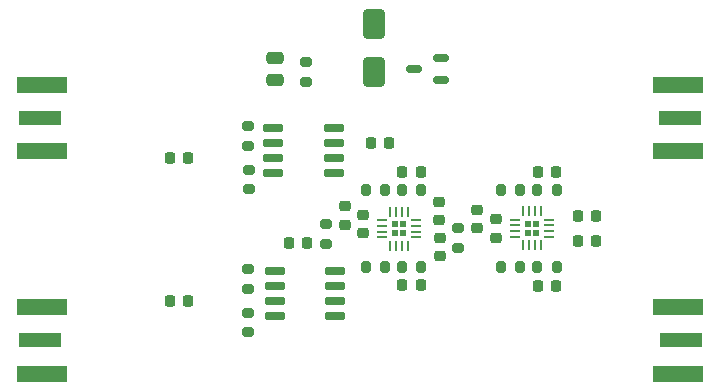
<source format=gbr>
%TF.GenerationSoftware,KiCad,Pcbnew,7.0.11-7.0.11~ubuntu22.04.1*%
%TF.CreationDate,2024-11-23T22:03:05+01:00*%
%TF.ProjectId,analog-amplifier,616e616c-6f67-42d6-916d-706c69666965,rev?*%
%TF.SameCoordinates,Original*%
%TF.FileFunction,Paste,Top*%
%TF.FilePolarity,Positive*%
%FSLAX46Y46*%
G04 Gerber Fmt 4.6, Leading zero omitted, Abs format (unit mm)*
G04 Created by KiCad (PCBNEW 7.0.11-7.0.11~ubuntu22.04.1) date 2024-11-23 22:03:05*
%MOMM*%
%LPD*%
G01*
G04 APERTURE LIST*
G04 Aperture macros list*
%AMRoundRect*
0 Rectangle with rounded corners*
0 $1 Rounding radius*
0 $2 $3 $4 $5 $6 $7 $8 $9 X,Y pos of 4 corners*
0 Add a 4 corners polygon primitive as box body*
4,1,4,$2,$3,$4,$5,$6,$7,$8,$9,$2,$3,0*
0 Add four circle primitives for the rounded corners*
1,1,$1+$1,$2,$3*
1,1,$1+$1,$4,$5*
1,1,$1+$1,$6,$7*
1,1,$1+$1,$8,$9*
0 Add four rect primitives between the rounded corners*
20,1,$1+$1,$2,$3,$4,$5,0*
20,1,$1+$1,$4,$5,$6,$7,0*
20,1,$1+$1,$6,$7,$8,$9,0*
20,1,$1+$1,$8,$9,$2,$3,0*%
G04 Aperture macros list end*
%ADD10RoundRect,0.200000X-0.275000X0.200000X-0.275000X-0.200000X0.275000X-0.200000X0.275000X0.200000X0*%
%ADD11RoundRect,0.145000X-0.145000X-0.145000X0.145000X-0.145000X0.145000X0.145000X-0.145000X0.145000X0*%
%ADD12RoundRect,0.062500X-0.375000X-0.062500X0.375000X-0.062500X0.375000X0.062500X-0.375000X0.062500X0*%
%ADD13RoundRect,0.062500X-0.062500X-0.375000X0.062500X-0.375000X0.062500X0.375000X-0.062500X0.375000X0*%
%ADD14RoundRect,0.225000X-0.225000X-0.250000X0.225000X-0.250000X0.225000X0.250000X-0.225000X0.250000X0*%
%ADD15RoundRect,0.200000X0.275000X-0.200000X0.275000X0.200000X-0.275000X0.200000X-0.275000X-0.200000X0*%
%ADD16RoundRect,0.225000X-0.250000X0.225000X-0.250000X-0.225000X0.250000X-0.225000X0.250000X0.225000X0*%
%ADD17RoundRect,0.200000X-0.200000X-0.275000X0.200000X-0.275000X0.200000X0.275000X-0.200000X0.275000X0*%
%ADD18R,3.600000X1.270000*%
%ADD19R,4.200000X1.350000*%
%ADD20RoundRect,0.225000X0.250000X-0.225000X0.250000X0.225000X-0.250000X0.225000X-0.250000X-0.225000X0*%
%ADD21RoundRect,0.225000X0.225000X0.250000X-0.225000X0.250000X-0.225000X-0.250000X0.225000X-0.250000X0*%
%ADD22RoundRect,0.200000X0.200000X0.275000X-0.200000X0.275000X-0.200000X-0.275000X0.200000X-0.275000X0*%
%ADD23RoundRect,0.150000X0.512500X0.150000X-0.512500X0.150000X-0.512500X-0.150000X0.512500X-0.150000X0*%
%ADD24RoundRect,0.250000X0.650000X-1.000000X0.650000X1.000000X-0.650000X1.000000X-0.650000X-1.000000X0*%
%ADD25RoundRect,0.150000X-0.725000X-0.150000X0.725000X-0.150000X0.725000X0.150000X-0.725000X0.150000X0*%
%ADD26RoundRect,0.250000X0.475000X-0.250000X0.475000X0.250000X-0.475000X0.250000X-0.475000X-0.250000X0*%
G04 APERTURE END LIST*
D10*
%TO.C,R3*%
X116180000Y-79700000D03*
X116180000Y-81350000D03*
%TD*%
D11*
%TO.C,U2*%
X128570000Y-88010000D03*
X128570000Y-88730000D03*
X129290000Y-88010000D03*
X129290000Y-88730000D03*
D12*
X127492500Y-87620000D03*
X127492500Y-88120000D03*
X127492500Y-88620000D03*
X127492500Y-89120000D03*
D13*
X128180000Y-89807500D03*
X128680000Y-89807500D03*
X129180000Y-89807500D03*
X129680000Y-89807500D03*
D12*
X130367500Y-89120000D03*
X130367500Y-88620000D03*
X130367500Y-88120000D03*
X130367500Y-87620000D03*
D13*
X129680000Y-86932500D03*
X129180000Y-86932500D03*
X128680000Y-86932500D03*
X128180000Y-86932500D03*
%TD*%
D14*
%TO.C,C4*%
X129225000Y-93180000D03*
X130775000Y-93180000D03*
%TD*%
D10*
%TO.C,R8*%
X116180000Y-91810000D03*
X116180000Y-93460000D03*
%TD*%
D15*
%TO.C,R2*%
X133957500Y-89990000D03*
X133957500Y-88340000D03*
%TD*%
D11*
%TO.C,U4*%
X139817500Y-87995000D03*
X139817500Y-88715000D03*
X140537500Y-87995000D03*
X140537500Y-88715000D03*
D12*
X138740000Y-87605000D03*
X138740000Y-88105000D03*
X138740000Y-88605000D03*
X138740000Y-89105000D03*
D13*
X139427500Y-89792500D03*
X139927500Y-89792500D03*
X140427500Y-89792500D03*
X140927500Y-89792500D03*
D12*
X141615000Y-89105000D03*
X141615000Y-88605000D03*
X141615000Y-88105000D03*
X141615000Y-87605000D03*
D13*
X140927500Y-86917500D03*
X140427500Y-86917500D03*
X139927500Y-86917500D03*
X139427500Y-86917500D03*
%TD*%
D14*
%TO.C,C5*%
X109515000Y-94485000D03*
X111065000Y-94485000D03*
%TD*%
D16*
%TO.C,C9*%
X137107500Y-87590000D03*
X137107500Y-89140000D03*
%TD*%
D14*
%TO.C,C13*%
X126575000Y-81100000D03*
X128125000Y-81100000D03*
%TD*%
D17*
%TO.C,R11*%
X137532500Y-85125000D03*
X139182500Y-85125000D03*
%TD*%
D18*
%TO.C,J1*%
X98500000Y-79000000D03*
D19*
X98700000Y-76175000D03*
X98700000Y-81825000D03*
%TD*%
D20*
%TO.C,C11*%
X135537500Y-88330000D03*
X135537500Y-86780000D03*
%TD*%
D17*
%TO.C,R13*%
X140622500Y-85135000D03*
X142272500Y-85135000D03*
%TD*%
D21*
%TO.C,C12*%
X121165000Y-89580000D03*
X119615000Y-89580000D03*
%TD*%
D17*
%TO.C,R5*%
X126125000Y-85140000D03*
X127775000Y-85140000D03*
%TD*%
D22*
%TO.C,R7*%
X130825000Y-91650000D03*
X129175000Y-91650000D03*
%TD*%
D18*
%TO.C,J2*%
X98520000Y-97835000D03*
D19*
X98720000Y-95010000D03*
X98720000Y-100660000D03*
%TD*%
D23*
%TO.C,D1*%
X132487500Y-75787500D03*
X132487500Y-73887500D03*
X130212500Y-74837500D03*
%TD*%
D22*
%TO.C,R14*%
X142272500Y-91645000D03*
X140622500Y-91645000D03*
%TD*%
D24*
%TO.C,D2*%
X126775000Y-75075000D03*
X126775000Y-71075000D03*
%TD*%
D17*
%TO.C,R12*%
X137532500Y-91645000D03*
X139182500Y-91645000D03*
%TD*%
D25*
%TO.C,U1*%
X118285000Y-79830000D03*
X118285000Y-81100000D03*
X118285000Y-82370000D03*
X118285000Y-83640000D03*
X123435000Y-83640000D03*
X123435000Y-82370000D03*
X123435000Y-81100000D03*
X123435000Y-79830000D03*
%TD*%
D17*
%TO.C,R6*%
X129175000Y-85130000D03*
X130825000Y-85130000D03*
%TD*%
D16*
%TO.C,C14*%
X125890000Y-87235000D03*
X125890000Y-88785000D03*
%TD*%
D18*
%TO.C,J4*%
X152767500Y-97835000D03*
D19*
X152567500Y-100660000D03*
X152567500Y-95010000D03*
%TD*%
D10*
%TO.C,R9*%
X116180000Y-95500000D03*
X116180000Y-97150000D03*
%TD*%
D25*
%TO.C,U3*%
X118395000Y-91940000D03*
X118395000Y-93210000D03*
X118395000Y-94480000D03*
X118395000Y-95750000D03*
X123545000Y-95750000D03*
X123545000Y-94480000D03*
X123545000Y-93210000D03*
X123545000Y-91940000D03*
%TD*%
D15*
%TO.C,R15*%
X122730000Y-89665000D03*
X122730000Y-88015000D03*
%TD*%
D14*
%TO.C,C15*%
X144055000Y-89410000D03*
X145605000Y-89410000D03*
%TD*%
D18*
%TO.C,J3*%
X152757500Y-79000000D03*
D19*
X152557500Y-81825000D03*
X152557500Y-76175000D03*
%TD*%
D14*
%TO.C,C2*%
X109515000Y-82380000D03*
X111065000Y-82380000D03*
%TD*%
D10*
%TO.C,F1*%
X121020000Y-74275000D03*
X121020000Y-75925000D03*
%TD*%
D20*
%TO.C,C16*%
X132350000Y-87640000D03*
X132350000Y-86090000D03*
%TD*%
D14*
%TO.C,C1*%
X144045000Y-87280000D03*
X145595000Y-87280000D03*
%TD*%
D20*
%TO.C,C10*%
X124330000Y-88035000D03*
X124330000Y-86485000D03*
%TD*%
D17*
%TO.C,R10*%
X126125000Y-91650000D03*
X127775000Y-91650000D03*
%TD*%
D16*
%TO.C,C17*%
X132360000Y-89140000D03*
X132360000Y-90690000D03*
%TD*%
D26*
%TO.C,C8*%
X118400000Y-75825000D03*
X118400000Y-73925000D03*
%TD*%
D10*
%TO.C,R4*%
X116200000Y-83395000D03*
X116200000Y-85045000D03*
%TD*%
D21*
%TO.C,C6*%
X142222500Y-83565000D03*
X140672500Y-83565000D03*
%TD*%
%TO.C,C3*%
X130775000Y-83590000D03*
X129225000Y-83590000D03*
%TD*%
D14*
%TO.C,C7*%
X140672500Y-93195000D03*
X142222500Y-93195000D03*
%TD*%
M02*

</source>
